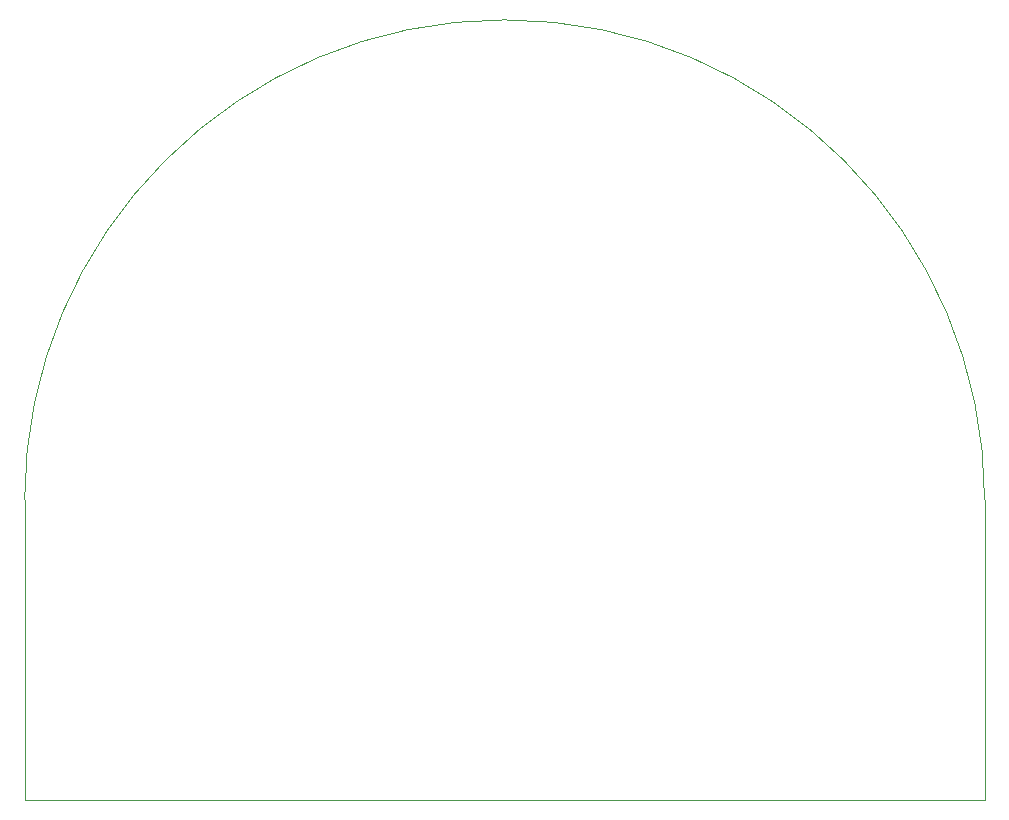
<source format=gbr>
%TF.GenerationSoftware,KiCad,Pcbnew,(7.0.0)*%
%TF.CreationDate,2024-03-24T23:30:49+02:00*%
%TF.ProjectId,Sensing Subsystem,53656e73-696e-4672-9053-756273797374,rev?*%
%TF.SameCoordinates,Original*%
%TF.FileFunction,Profile,NP*%
%FSLAX46Y46*%
G04 Gerber Fmt 4.6, Leading zero omitted, Abs format (unit mm)*
G04 Created by KiCad (PCBNEW (7.0.0)) date 2024-03-24 23:30:49*
%MOMM*%
%LPD*%
G01*
G04 APERTURE LIST*
%TA.AperFunction,Profile*%
%ADD10C,0.100000*%
%TD*%
G04 APERTURE END LIST*
D10*
X210820000Y-104140000D02*
G75*
G03*
X129540000Y-104140000I-40640000J0D01*
G01*
X129540000Y-129540000D02*
X129540000Y-104140000D01*
X210820000Y-104140000D02*
X210820000Y-129540000D01*
X210820000Y-129540000D02*
X129540000Y-129540000D01*
M02*

</source>
